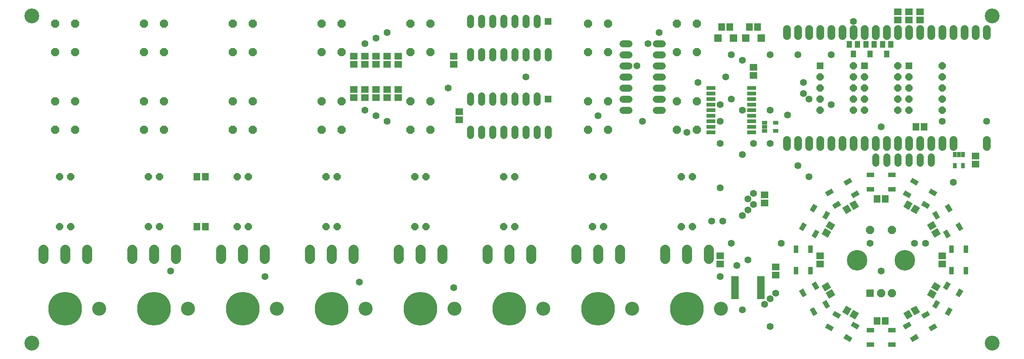
<source format=gts>
G75*
%MOIN*%
%OFA0B0*%
%FSLAX25Y25*%
%IPPOS*%
%LPD*%
%AMOC8*
5,1,8,0,0,1.08239X$1,22.5*
%
%ADD10C,0.13398*%
%ADD11R,0.05918X0.06706*%
%ADD12R,0.06706X0.06706*%
%ADD13OC8,0.06400*%
%ADD14R,0.06400X0.06400*%
%ADD15R,0.06706X0.05918*%
%ADD16C,0.09068*%
%ADD17C,0.30328*%
%ADD18C,0.12611*%
%ADD19OC8,0.07200*%
%ADD20R,0.07137X0.07137*%
%ADD21OC8,0.07137*%
%ADD22C,0.18517*%
%ADD23R,0.04737X0.06312*%
%ADD24C,0.06400*%
%ADD25R,0.03517X0.04698*%
%ADD26R,0.08083X0.03359*%
%ADD27R,0.06607X0.02572*%
%ADD28C,0.07137*%
%ADD29R,0.04698X0.03517*%
%ADD30R,0.04343X0.06706*%
%ADD31R,0.06706X0.04343*%
%ADD32C,0.06312*%
D10*
X0015000Y0015000D03*
X0015000Y0310000D03*
X0880000Y0310000D03*
X0880000Y0015000D03*
D11*
G36*
X0814978Y0042946D02*
X0809853Y0039987D01*
X0806500Y0045794D01*
X0811625Y0048753D01*
X0814978Y0042946D01*
G37*
G36*
X0808500Y0039206D02*
X0803375Y0036247D01*
X0800022Y0042054D01*
X0805147Y0045013D01*
X0808500Y0039206D01*
G37*
X0783740Y0035000D03*
X0776260Y0035000D03*
G36*
X0756625Y0036247D02*
X0751500Y0039206D01*
X0754853Y0045013D01*
X0759978Y0042054D01*
X0756625Y0036247D01*
G37*
G36*
X0750147Y0039987D02*
X0745022Y0042946D01*
X0748375Y0048753D01*
X0753500Y0045794D01*
X0750147Y0039987D01*
G37*
G36*
X0732946Y0055022D02*
X0729987Y0060147D01*
X0735794Y0063500D01*
X0738753Y0058375D01*
X0732946Y0055022D01*
G37*
G36*
X0729206Y0061500D02*
X0726247Y0066625D01*
X0732054Y0069978D01*
X0735013Y0064853D01*
X0729206Y0061500D01*
G37*
G36*
X0830013Y0060147D02*
X0827054Y0055022D01*
X0821247Y0058375D01*
X0824206Y0063500D01*
X0830013Y0060147D01*
G37*
G36*
X0833753Y0066625D02*
X0830794Y0061500D01*
X0824987Y0064853D01*
X0827946Y0069978D01*
X0833753Y0066625D01*
G37*
G36*
X0830794Y0118500D02*
X0833753Y0113375D01*
X0827946Y0110022D01*
X0824987Y0115147D01*
X0830794Y0118500D01*
G37*
G36*
X0827054Y0124978D02*
X0830013Y0119853D01*
X0824206Y0116500D01*
X0821247Y0121625D01*
X0827054Y0124978D01*
G37*
G36*
X0809853Y0140013D02*
X0814978Y0137054D01*
X0811625Y0131247D01*
X0806500Y0134206D01*
X0809853Y0140013D01*
G37*
G36*
X0803375Y0143753D02*
X0808500Y0140794D01*
X0805147Y0134987D01*
X0800022Y0137946D01*
X0803375Y0143753D01*
G37*
X0783740Y0145000D03*
X0776260Y0145000D03*
G36*
X0751500Y0140794D02*
X0756625Y0143753D01*
X0759978Y0137946D01*
X0754853Y0134987D01*
X0751500Y0140794D01*
G37*
G36*
X0745022Y0137054D02*
X0750147Y0140013D01*
X0753500Y0134206D01*
X0748375Y0131247D01*
X0745022Y0137054D01*
G37*
G36*
X0729987Y0119853D02*
X0732946Y0124978D01*
X0738753Y0121625D01*
X0735794Y0116500D01*
X0729987Y0119853D01*
G37*
G36*
X0726247Y0113375D02*
X0729206Y0118500D01*
X0735013Y0115147D01*
X0732054Y0110022D01*
X0726247Y0113375D01*
G37*
X0811260Y0210000D03*
X0818740Y0210000D03*
X0668740Y0300000D03*
X0661260Y0300000D03*
X0643740Y0300000D03*
X0636260Y0300000D03*
X0171240Y0165000D03*
X0163760Y0165000D03*
X0163760Y0120000D03*
X0171240Y0120000D03*
D12*
X0633110Y0290000D03*
X0646890Y0290000D03*
X0658110Y0290000D03*
X0671890Y0290000D03*
D13*
X0755000Y0265000D03*
X0755000Y0255000D03*
X0765000Y0255000D03*
X0765000Y0245000D03*
X0755000Y0245000D03*
X0755000Y0235000D03*
X0765000Y0235000D03*
X0765000Y0225000D03*
X0755000Y0225000D03*
X0725000Y0225000D03*
X0725000Y0235000D03*
X0725000Y0245000D03*
X0725000Y0255000D03*
X0795000Y0255000D03*
X0805000Y0255000D03*
X0805000Y0245000D03*
X0795000Y0245000D03*
X0795000Y0235000D03*
X0805000Y0235000D03*
X0805000Y0225000D03*
X0795000Y0225000D03*
X0835000Y0225000D03*
X0835000Y0235000D03*
X0835000Y0245000D03*
X0835000Y0255000D03*
X0835000Y0265000D03*
X0795000Y0265000D03*
X0610000Y0165000D03*
X0600000Y0165000D03*
X0530000Y0165000D03*
X0520000Y0165000D03*
X0450000Y0165000D03*
X0440000Y0165000D03*
X0370000Y0165000D03*
X0360000Y0165000D03*
X0290000Y0165000D03*
X0280000Y0165000D03*
X0210000Y0165000D03*
X0200000Y0165000D03*
X0130000Y0165000D03*
X0120000Y0165000D03*
X0050000Y0165000D03*
X0040000Y0165000D03*
X0040000Y0120000D03*
X0050000Y0120000D03*
X0120000Y0120000D03*
X0130000Y0120000D03*
X0200000Y0120000D03*
X0210000Y0120000D03*
X0280000Y0120000D03*
X0290000Y0120000D03*
X0360000Y0120000D03*
X0370000Y0120000D03*
X0440000Y0120000D03*
X0450000Y0120000D03*
X0520000Y0120000D03*
X0530000Y0120000D03*
X0600000Y0120000D03*
X0610000Y0120000D03*
D14*
X0480000Y0235000D03*
X0480000Y0305000D03*
X0725000Y0265000D03*
X0765000Y0265000D03*
X0805000Y0265000D03*
D15*
X0805000Y0306260D03*
X0795000Y0306260D03*
X0795000Y0313740D03*
X0805000Y0313740D03*
X0815000Y0313740D03*
X0815000Y0306260D03*
X0665000Y0263740D03*
X0665000Y0256260D03*
X0865000Y0183740D03*
X0865000Y0176260D03*
X0835000Y0093740D03*
X0835000Y0086260D03*
X0725000Y0086260D03*
X0725000Y0093740D03*
X0685000Y0083740D03*
X0685000Y0076260D03*
X0635000Y0086260D03*
X0635000Y0093740D03*
X0675000Y0141260D03*
X0675000Y0148740D03*
X0400000Y0216260D03*
X0400000Y0223740D03*
X0345000Y0236260D03*
X0335000Y0236260D03*
X0325000Y0236260D03*
X0315000Y0236260D03*
X0305000Y0236260D03*
X0305000Y0243740D03*
X0315000Y0243740D03*
X0325000Y0243740D03*
X0335000Y0243740D03*
X0345000Y0243740D03*
X0345000Y0266260D03*
X0345000Y0273740D03*
X0335000Y0273740D03*
X0335000Y0266260D03*
X0325000Y0266260D03*
X0325000Y0273740D03*
X0315000Y0273740D03*
X0315000Y0266260D03*
X0305000Y0266260D03*
X0305000Y0273740D03*
X0395000Y0273740D03*
X0395000Y0266260D03*
D16*
X0384685Y0099134D02*
X0384685Y0090866D01*
X0365000Y0090866D02*
X0365000Y0099134D01*
X0345315Y0099134D02*
X0345315Y0090866D01*
X0304685Y0090866D02*
X0304685Y0099134D01*
X0285000Y0099134D02*
X0285000Y0090866D01*
X0265315Y0090866D02*
X0265315Y0099134D01*
X0224685Y0099134D02*
X0224685Y0090866D01*
X0205000Y0090866D02*
X0205000Y0099134D01*
X0185315Y0099134D02*
X0185315Y0090866D01*
X0144685Y0090866D02*
X0144685Y0099134D01*
X0125000Y0099134D02*
X0125000Y0090866D01*
X0105315Y0090866D02*
X0105315Y0099134D01*
X0064685Y0099134D02*
X0064685Y0090866D01*
X0045000Y0090866D02*
X0045000Y0099134D01*
X0025315Y0099134D02*
X0025315Y0090866D01*
X0425315Y0090866D02*
X0425315Y0099134D01*
X0445000Y0099134D02*
X0445000Y0090866D01*
X0464685Y0090866D02*
X0464685Y0099134D01*
X0505315Y0099134D02*
X0505315Y0090866D01*
X0525000Y0090866D02*
X0525000Y0099134D01*
X0544685Y0099134D02*
X0544685Y0090866D01*
X0585315Y0090866D02*
X0585315Y0099134D01*
X0605000Y0099134D02*
X0605000Y0090866D01*
X0624685Y0090866D02*
X0624685Y0099134D01*
D17*
X0605000Y0045787D03*
X0525000Y0045787D03*
X0445000Y0045787D03*
X0365000Y0045787D03*
X0285000Y0045787D03*
X0205000Y0045787D03*
X0125000Y0045787D03*
X0045000Y0045787D03*
D18*
X0075709Y0045787D03*
X0155709Y0045787D03*
X0235709Y0045787D03*
X0315709Y0045787D03*
X0395709Y0045787D03*
X0475709Y0045787D03*
X0555709Y0045787D03*
X0635709Y0045787D03*
D19*
X0613900Y0207200D03*
X0596100Y0207200D03*
X0533900Y0207200D03*
X0516100Y0207200D03*
X0516100Y0232800D03*
X0533900Y0232800D03*
X0596100Y0232800D03*
X0613900Y0232800D03*
X0613900Y0277200D03*
X0596100Y0277200D03*
X0596100Y0302800D03*
X0613900Y0302800D03*
X0533900Y0302800D03*
X0516100Y0302800D03*
X0516100Y0277200D03*
X0533900Y0277200D03*
X0373900Y0277200D03*
X0356100Y0277200D03*
X0356100Y0302800D03*
X0373900Y0302800D03*
X0293900Y0302800D03*
X0276100Y0302800D03*
X0276100Y0277200D03*
X0293900Y0277200D03*
X0213900Y0277200D03*
X0196100Y0277200D03*
X0196100Y0302800D03*
X0213900Y0302800D03*
X0133900Y0302800D03*
X0116100Y0302800D03*
X0116100Y0277200D03*
X0133900Y0277200D03*
X0053900Y0277200D03*
X0036100Y0277200D03*
X0036100Y0302800D03*
X0053900Y0302800D03*
X0053900Y0232800D03*
X0036100Y0232800D03*
X0036100Y0207200D03*
X0053900Y0207200D03*
X0116100Y0207200D03*
X0133900Y0207200D03*
X0133900Y0232800D03*
X0116100Y0232800D03*
X0196100Y0232800D03*
X0213900Y0232800D03*
X0213900Y0207200D03*
X0196100Y0207200D03*
X0276100Y0207200D03*
X0293900Y0207200D03*
X0293900Y0232800D03*
X0276100Y0232800D03*
X0356100Y0232800D03*
X0373900Y0232800D03*
X0373900Y0207200D03*
X0356100Y0207200D03*
D20*
X0770000Y0060000D03*
D21*
X0779843Y0060000D03*
X0789685Y0060000D03*
X0789685Y0117087D03*
X0770000Y0117087D03*
D22*
X0758189Y0089528D03*
X0801496Y0089528D03*
D23*
X0785000Y0275669D03*
X0781260Y0284331D03*
X0788740Y0284331D03*
X0773740Y0284331D03*
X0766260Y0284331D03*
X0758740Y0284331D03*
X0751260Y0284331D03*
X0755000Y0275669D03*
X0770000Y0275669D03*
D24*
X0582800Y0275000D02*
X0577200Y0275000D01*
X0577200Y0265000D02*
X0582800Y0265000D01*
X0582800Y0255000D02*
X0577200Y0255000D01*
X0577200Y0245000D02*
X0582800Y0245000D01*
X0582800Y0235000D02*
X0577200Y0235000D01*
X0577200Y0225000D02*
X0582800Y0225000D01*
X0552800Y0225000D02*
X0547200Y0225000D01*
X0547200Y0235000D02*
X0552800Y0235000D01*
X0552800Y0245000D02*
X0547200Y0245000D01*
X0547200Y0255000D02*
X0552800Y0255000D01*
X0552800Y0265000D02*
X0547200Y0265000D01*
X0547200Y0275000D02*
X0552800Y0275000D01*
X0552800Y0285000D02*
X0547200Y0285000D01*
X0577200Y0285000D02*
X0582800Y0285000D01*
X0480000Y0277800D02*
X0480000Y0272200D01*
X0470000Y0272200D02*
X0470000Y0277800D01*
X0460000Y0277800D02*
X0460000Y0272200D01*
X0450000Y0272200D02*
X0450000Y0277800D01*
X0440000Y0277800D02*
X0440000Y0272200D01*
X0430000Y0272200D02*
X0430000Y0277800D01*
X0420000Y0277800D02*
X0420000Y0272200D01*
X0410000Y0272200D02*
X0410000Y0277800D01*
X0410000Y0302200D02*
X0410000Y0307800D01*
X0420000Y0307800D02*
X0420000Y0302200D01*
X0430000Y0302200D02*
X0430000Y0307800D01*
X0440000Y0307800D02*
X0440000Y0302200D01*
X0450000Y0302200D02*
X0450000Y0307800D01*
X0460000Y0307800D02*
X0460000Y0302200D01*
X0470000Y0302200D02*
X0470000Y0307800D01*
X0470000Y0237800D02*
X0470000Y0232200D01*
X0460000Y0232200D02*
X0460000Y0237800D01*
X0450000Y0237800D02*
X0450000Y0232200D01*
X0440000Y0232200D02*
X0440000Y0237800D01*
X0430000Y0237800D02*
X0430000Y0232200D01*
X0420000Y0232200D02*
X0420000Y0237800D01*
X0410000Y0237800D02*
X0410000Y0232200D01*
X0410000Y0207800D02*
X0410000Y0202200D01*
X0420000Y0202200D02*
X0420000Y0207800D01*
X0430000Y0207800D02*
X0430000Y0202200D01*
X0440000Y0202200D02*
X0440000Y0207800D01*
X0450000Y0207800D02*
X0450000Y0202200D01*
X0460000Y0202200D02*
X0460000Y0207800D01*
X0470000Y0207800D02*
X0470000Y0202200D01*
X0480000Y0202200D02*
X0480000Y0207800D01*
X0775000Y0182800D02*
X0775000Y0177200D01*
X0785000Y0177200D02*
X0785000Y0182800D01*
X0795000Y0182800D02*
X0795000Y0177200D01*
X0805000Y0177200D02*
X0805000Y0182800D01*
X0815000Y0182800D02*
X0815000Y0177200D01*
X0825000Y0177200D02*
X0825000Y0182800D01*
D25*
X0846260Y0185079D03*
X0850000Y0185079D03*
X0853740Y0185079D03*
X0853740Y0174882D03*
X0846260Y0174882D03*
D26*
X0663406Y0205000D03*
X0663406Y0210000D03*
X0663406Y0215000D03*
X0663406Y0220000D03*
X0663406Y0225000D03*
X0663406Y0230000D03*
X0663406Y0235000D03*
X0663406Y0240000D03*
X0663406Y0245000D03*
X0626594Y0245000D03*
X0626594Y0240000D03*
X0626594Y0235000D03*
X0626594Y0230000D03*
X0626594Y0225000D03*
X0626594Y0220000D03*
X0626594Y0215000D03*
X0626594Y0210000D03*
X0626594Y0205000D03*
D27*
X0648433Y0073957D03*
X0648433Y0071398D03*
X0648433Y0068839D03*
X0648433Y0066280D03*
X0648433Y0063720D03*
X0648433Y0061161D03*
X0648433Y0058602D03*
X0648433Y0056043D03*
X0671567Y0056043D03*
X0671567Y0058602D03*
X0671567Y0061161D03*
X0671567Y0063720D03*
X0671567Y0066280D03*
X0671567Y0068839D03*
X0671567Y0071398D03*
X0671567Y0073957D03*
D28*
X0695000Y0191831D02*
X0695000Y0198169D01*
X0705000Y0198169D02*
X0705000Y0191831D01*
X0715000Y0191831D02*
X0715000Y0198169D01*
X0725000Y0198169D02*
X0725000Y0191831D01*
X0735000Y0191831D02*
X0735000Y0198169D01*
X0745000Y0198169D02*
X0745000Y0191831D01*
X0755000Y0191831D02*
X0755000Y0198169D01*
X0765000Y0198169D02*
X0765000Y0191831D01*
X0775000Y0191831D02*
X0775000Y0198169D01*
X0785000Y0198169D02*
X0785000Y0191831D01*
X0795000Y0191831D02*
X0795000Y0198169D01*
X0805000Y0198169D02*
X0805000Y0191831D01*
X0815000Y0191831D02*
X0815000Y0198169D01*
X0825000Y0198169D02*
X0825000Y0191831D01*
X0835000Y0191831D02*
X0835000Y0198169D01*
X0845000Y0198169D02*
X0845000Y0191831D01*
X0875000Y0191831D02*
X0875000Y0198169D01*
X0875000Y0291831D02*
X0875000Y0298169D01*
X0865000Y0298169D02*
X0865000Y0291831D01*
X0855000Y0291831D02*
X0855000Y0298169D01*
X0845000Y0298169D02*
X0845000Y0291831D01*
X0835000Y0291831D02*
X0835000Y0298169D01*
X0825000Y0298169D02*
X0825000Y0291831D01*
X0815000Y0291831D02*
X0815000Y0298169D01*
X0805000Y0298169D02*
X0805000Y0291831D01*
X0795000Y0291831D02*
X0795000Y0298169D01*
X0785000Y0298169D02*
X0785000Y0291831D01*
X0775000Y0291831D02*
X0775000Y0298169D01*
X0765000Y0298169D02*
X0765000Y0291831D01*
X0755000Y0291831D02*
X0755000Y0298169D01*
X0745000Y0298169D02*
X0745000Y0291831D01*
X0735000Y0291831D02*
X0735000Y0298169D01*
X0725000Y0298169D02*
X0725000Y0291831D01*
X0715000Y0291831D02*
X0715000Y0298169D01*
X0705000Y0298169D02*
X0705000Y0291831D01*
X0695000Y0291831D02*
X0695000Y0298169D01*
D29*
X0685118Y0213740D03*
X0674921Y0213740D03*
X0674921Y0210000D03*
X0674921Y0206260D03*
X0685118Y0206260D03*
D30*
X0703504Y0099646D03*
X0716496Y0099646D03*
X0716496Y0080354D03*
X0703504Y0080354D03*
X0843504Y0080354D03*
X0856496Y0080354D03*
X0856496Y0099646D03*
X0843504Y0099646D03*
D31*
G36*
X0839400Y0117388D02*
X0842753Y0111581D01*
X0838994Y0109410D01*
X0835641Y0115217D01*
X0839400Y0117388D01*
G37*
G36*
X0850652Y0123884D02*
X0854005Y0118077D01*
X0850246Y0115906D01*
X0846893Y0121713D01*
X0850652Y0123884D01*
G37*
G36*
X0829754Y0134094D02*
X0833107Y0128287D01*
X0829348Y0126116D01*
X0825995Y0131923D01*
X0829754Y0134094D01*
G37*
G36*
X0818287Y0143107D02*
X0824094Y0139754D01*
X0821923Y0135995D01*
X0816116Y0139348D01*
X0818287Y0143107D01*
G37*
G36*
X0801581Y0152753D02*
X0807388Y0149400D01*
X0805217Y0145641D01*
X0799410Y0148994D01*
X0801581Y0152753D01*
G37*
X0789646Y0153504D03*
X0770354Y0153504D03*
G36*
X0752612Y0149400D02*
X0758419Y0152753D01*
X0760590Y0148994D01*
X0754783Y0145641D01*
X0752612Y0149400D01*
G37*
G36*
X0735906Y0139754D02*
X0741713Y0143107D01*
X0743884Y0139348D01*
X0738077Y0135995D01*
X0735906Y0139754D01*
G37*
G36*
X0726893Y0128287D02*
X0730246Y0134094D01*
X0734005Y0131923D01*
X0730652Y0126116D01*
X0726893Y0128287D01*
G37*
G36*
X0715641Y0134783D02*
X0718994Y0140590D01*
X0722753Y0138419D01*
X0719400Y0132612D01*
X0715641Y0134783D01*
G37*
G36*
X0705995Y0118077D02*
X0709348Y0123884D01*
X0713107Y0121713D01*
X0709754Y0115906D01*
X0705995Y0118077D01*
G37*
G36*
X0717247Y0111581D02*
X0720600Y0117388D01*
X0724359Y0115217D01*
X0721006Y0109410D01*
X0717247Y0111581D01*
G37*
G36*
X0729410Y0151006D02*
X0735217Y0154359D01*
X0737388Y0150600D01*
X0731581Y0147247D01*
X0729410Y0151006D01*
G37*
G36*
X0746116Y0160652D02*
X0751923Y0164005D01*
X0754094Y0160246D01*
X0748287Y0156893D01*
X0746116Y0160652D01*
G37*
X0770354Y0166496D03*
X0789646Y0166496D03*
G36*
X0808077Y0164005D02*
X0813884Y0160652D01*
X0811713Y0156893D01*
X0805906Y0160246D01*
X0808077Y0164005D01*
G37*
G36*
X0824783Y0154359D02*
X0830590Y0151006D01*
X0828419Y0147247D01*
X0822612Y0150600D01*
X0824783Y0154359D01*
G37*
G36*
X0841006Y0140590D02*
X0844359Y0134783D01*
X0840600Y0132612D01*
X0837247Y0138419D01*
X0841006Y0140590D01*
G37*
G36*
X0842753Y0068419D02*
X0839400Y0062612D01*
X0835641Y0064783D01*
X0838994Y0070590D01*
X0842753Y0068419D01*
G37*
G36*
X0854005Y0061923D02*
X0850652Y0056116D01*
X0846893Y0058287D01*
X0850246Y0064094D01*
X0854005Y0061923D01*
G37*
G36*
X0833107Y0051713D02*
X0829754Y0045906D01*
X0825995Y0048077D01*
X0829348Y0053884D01*
X0833107Y0051713D01*
G37*
G36*
X0844359Y0045217D02*
X0841006Y0039410D01*
X0837247Y0041581D01*
X0840600Y0047388D01*
X0844359Y0045217D01*
G37*
G36*
X0824094Y0040246D02*
X0818287Y0036893D01*
X0816116Y0040652D01*
X0821923Y0044005D01*
X0824094Y0040246D01*
G37*
G36*
X0807388Y0030600D02*
X0801581Y0027247D01*
X0799410Y0031006D01*
X0805217Y0034359D01*
X0807388Y0030600D01*
G37*
X0789646Y0026496D03*
X0770354Y0026496D03*
G36*
X0758419Y0027247D02*
X0752612Y0030600D01*
X0754783Y0034359D01*
X0760590Y0031006D01*
X0758419Y0027247D01*
G37*
G36*
X0751923Y0015995D02*
X0746116Y0019348D01*
X0748287Y0023107D01*
X0754094Y0019754D01*
X0751923Y0015995D01*
G37*
X0770354Y0013504D03*
X0789646Y0013504D03*
G36*
X0813884Y0019348D02*
X0808077Y0015995D01*
X0805906Y0019754D01*
X0811713Y0023107D01*
X0813884Y0019348D01*
G37*
G36*
X0830590Y0028994D02*
X0824783Y0025641D01*
X0822612Y0029400D01*
X0828419Y0032753D01*
X0830590Y0028994D01*
G37*
G36*
X0741713Y0036893D02*
X0735906Y0040246D01*
X0738077Y0044005D01*
X0743884Y0040652D01*
X0741713Y0036893D01*
G37*
G36*
X0735217Y0025641D02*
X0729410Y0028994D01*
X0731581Y0032753D01*
X0737388Y0029400D01*
X0735217Y0025641D01*
G37*
G36*
X0718994Y0039410D02*
X0715641Y0045217D01*
X0719400Y0047388D01*
X0722753Y0041581D01*
X0718994Y0039410D01*
G37*
G36*
X0730246Y0045906D02*
X0726893Y0051713D01*
X0730652Y0053884D01*
X0734005Y0048077D01*
X0730246Y0045906D01*
G37*
G36*
X0709348Y0056116D02*
X0705995Y0061923D01*
X0709754Y0064094D01*
X0713107Y0058287D01*
X0709348Y0056116D01*
G37*
G36*
X0720600Y0062612D02*
X0717247Y0068419D01*
X0721006Y0070590D01*
X0724359Y0064783D01*
X0720600Y0062612D01*
G37*
D32*
X0685000Y0060000D03*
X0680000Y0055000D03*
X0675000Y0050000D03*
X0655000Y0045000D03*
X0680000Y0030000D03*
X0635000Y0075000D03*
X0650000Y0085000D03*
X0660000Y0090000D03*
X0645000Y0105000D03*
X0637500Y0125000D03*
X0627500Y0125000D03*
X0655000Y0130000D03*
X0660000Y0135000D03*
X0665000Y0140000D03*
X0660000Y0145000D03*
X0665000Y0150000D03*
X0635000Y0155000D03*
X0655000Y0185000D03*
X0665000Y0195000D03*
X0680000Y0195000D03*
X0705000Y0175000D03*
X0715000Y0165000D03*
X0635000Y0195000D03*
X0605000Y0205000D03*
X0635000Y0215000D03*
X0655000Y0225000D03*
X0645000Y0235000D03*
X0635000Y0230000D03*
X0615000Y0250000D03*
X0640000Y0255000D03*
X0655000Y0270000D03*
X0645000Y0275000D03*
X0680000Y0275000D03*
X0705000Y0275000D03*
X0735000Y0275000D03*
X0710000Y0250000D03*
X0710000Y0240000D03*
X0715000Y0235000D03*
X0735000Y0230000D03*
X0695580Y0220580D03*
X0680000Y0225000D03*
X0780000Y0210000D03*
X0835000Y0215000D03*
X0875000Y0215000D03*
X0845000Y0160000D03*
X0820000Y0105000D03*
X0810000Y0105000D03*
X0770000Y0105000D03*
X0780000Y0080000D03*
X0690000Y0105000D03*
X0565000Y0215000D03*
X0525000Y0220000D03*
X0460000Y0255000D03*
X0390000Y0245000D03*
X0335000Y0215000D03*
X0325000Y0220000D03*
X0315000Y0225000D03*
X0315000Y0285000D03*
X0325000Y0290000D03*
X0335000Y0295000D03*
X0560000Y0265000D03*
X0570000Y0285000D03*
X0580000Y0295000D03*
X0755000Y0305000D03*
X0310000Y0070000D03*
X0395000Y0065000D03*
X0225000Y0075000D03*
X0140000Y0080000D03*
M02*

</source>
